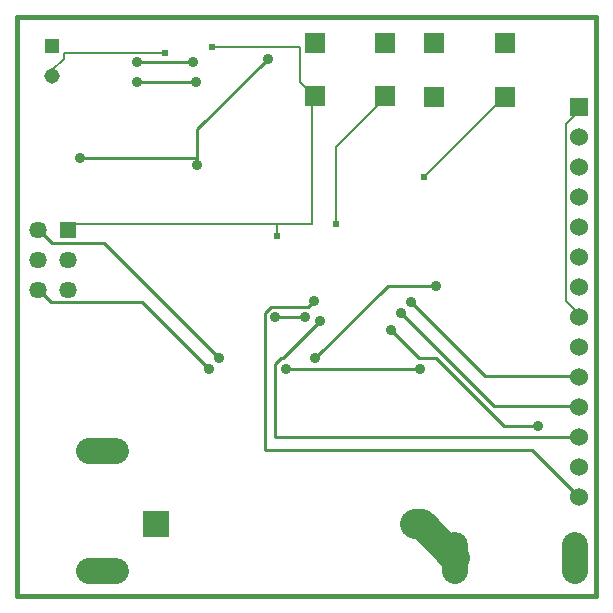
<source format=gbl>
G75*
%MOIN*%
%OFA0B0*%
%FSLAX25Y25*%
%IPPOS*%
%LPD*%
%AMOC8*
5,1,8,0,0,1.08239X$1,22.5*
%
%ADD10C,0.01600*%
%ADD11R,0.06791X0.06791*%
%ADD12R,0.06024X0.06024*%
%ADD13C,0.06024*%
%ADD14R,0.05150X0.05150*%
%ADD15C,0.05150*%
%ADD16R,0.05740X0.05740*%
%ADD17C,0.05740*%
%ADD18R,0.08681X0.08681*%
%ADD19C,0.08681*%
%ADD20C,0.08685*%
%ADD21C,0.10000*%
%ADD22C,0.01000*%
%ADD23C,0.03600*%
%ADD24C,0.00600*%
%ADD25C,0.02400*%
D10*
X0030519Y0038647D02*
X0030519Y0231560D01*
X0223432Y0231560D01*
X0223432Y0038647D01*
X0030519Y0038647D01*
D11*
X0129692Y0205379D03*
X0129692Y0223096D03*
X0153314Y0223096D03*
X0169456Y0222820D03*
X0169456Y0205104D03*
X0153314Y0205379D03*
X0193078Y0205104D03*
X0193078Y0222820D03*
D12*
X0217763Y0201678D03*
D13*
X0217763Y0191678D03*
X0217763Y0181678D03*
X0217763Y0171678D03*
X0217763Y0161678D03*
X0217763Y0151678D03*
X0217763Y0141678D03*
X0217763Y0131678D03*
X0217763Y0121678D03*
X0217763Y0111678D03*
X0217763Y0101678D03*
X0217763Y0091678D03*
X0217763Y0081678D03*
X0217763Y0071678D03*
D14*
X0042330Y0221993D03*
D15*
X0042330Y0211993D03*
D16*
X0047645Y0160812D03*
D17*
X0037645Y0160812D03*
X0037645Y0150812D03*
X0047645Y0150812D03*
X0047645Y0140812D03*
X0037645Y0140812D03*
D18*
X0077015Y0062604D03*
D19*
X0163235Y0062604D03*
D20*
X0176621Y0055745D02*
X0176621Y0047060D01*
X0216621Y0047060D02*
X0216621Y0055745D01*
X0063365Y0047072D02*
X0054680Y0047072D01*
X0054680Y0087072D02*
X0063365Y0087072D01*
D21*
X0163235Y0062604D02*
X0165420Y0062604D01*
X0176621Y0051403D01*
D22*
X0202271Y0087367D02*
X0217526Y0072111D01*
X0217763Y0071678D01*
X0202271Y0087367D02*
X0113196Y0087367D01*
X0113196Y0133135D01*
X0115164Y0135104D01*
X0127467Y0135104D01*
X0129436Y0137072D01*
X0126483Y0131659D02*
X0116641Y0131659D01*
X0118609Y0117879D02*
X0116641Y0115911D01*
X0116641Y0091797D01*
X0217526Y0091797D01*
X0217763Y0091678D01*
X0217763Y0101678D02*
X0217526Y0102131D01*
X0189475Y0102131D01*
X0158471Y0133135D01*
X0161916Y0136580D02*
X0186523Y0111974D01*
X0217526Y0111974D01*
X0217763Y0111678D01*
X0204239Y0095241D02*
X0192920Y0095241D01*
X0170282Y0117879D01*
X0164377Y0117879D01*
X0155026Y0127230D01*
X0164869Y0114434D02*
X0120086Y0114434D01*
X0119101Y0117879D02*
X0118609Y0117879D01*
X0119101Y0117879D02*
X0131404Y0130182D01*
X0129928Y0117879D02*
X0154042Y0141993D01*
X0170282Y0141993D01*
X0097940Y0117879D02*
X0059554Y0156265D01*
X0042330Y0156265D01*
X0037900Y0160694D01*
X0037645Y0160812D01*
X0037645Y0140812D02*
X0037900Y0140517D01*
X0041837Y0136580D01*
X0072349Y0136580D01*
X0094495Y0114434D01*
X0090558Y0182348D02*
X0090558Y0184808D01*
X0051680Y0184808D01*
X0070381Y0209907D02*
X0090066Y0209907D01*
X0089082Y0216797D02*
X0070381Y0216797D01*
X0090558Y0194159D02*
X0090558Y0184808D01*
X0090558Y0194159D02*
X0114180Y0217781D01*
D23*
X0114180Y0217781D03*
X0089082Y0216797D03*
X0090066Y0209907D03*
X0070381Y0209907D03*
X0070381Y0216797D03*
X0051680Y0184808D03*
X0090558Y0182348D03*
X0129436Y0137072D03*
X0126483Y0131659D03*
X0131404Y0130182D03*
X0129928Y0117879D03*
X0120086Y0114434D03*
X0116641Y0131659D03*
X0097940Y0117879D03*
X0094495Y0114434D03*
X0155026Y0127230D03*
X0158471Y0133135D03*
X0161916Y0136580D03*
X0170282Y0141993D03*
X0164869Y0114434D03*
X0204239Y0095241D03*
D24*
X0217763Y0131678D02*
X0217526Y0133135D01*
X0213589Y0137072D01*
X0213589Y0196127D01*
X0217526Y0200064D01*
X0217763Y0201678D01*
X0193078Y0205104D02*
X0191936Y0204001D01*
X0166345Y0178411D01*
X0152566Y0204001D02*
X0153314Y0205379D01*
X0152566Y0204001D02*
X0136818Y0188253D01*
X0136818Y0162663D01*
X0128944Y0162663D02*
X0128944Y0204001D01*
X0129692Y0205379D01*
X0128944Y0205970D01*
X0125007Y0209907D01*
X0125007Y0221718D01*
X0095479Y0221718D01*
X0079731Y0219749D02*
X0046267Y0219749D01*
X0046267Y0217781D01*
X0042330Y0213844D01*
X0042330Y0211993D01*
X0048235Y0162663D02*
X0047645Y0160812D01*
X0048235Y0162663D02*
X0117133Y0162663D01*
X0117133Y0158726D01*
X0117133Y0162663D02*
X0128944Y0162663D01*
D25*
X0136818Y0162663D03*
X0117133Y0158726D03*
X0166345Y0178411D03*
X0095479Y0221718D03*
X0079731Y0219749D03*
M02*

</source>
